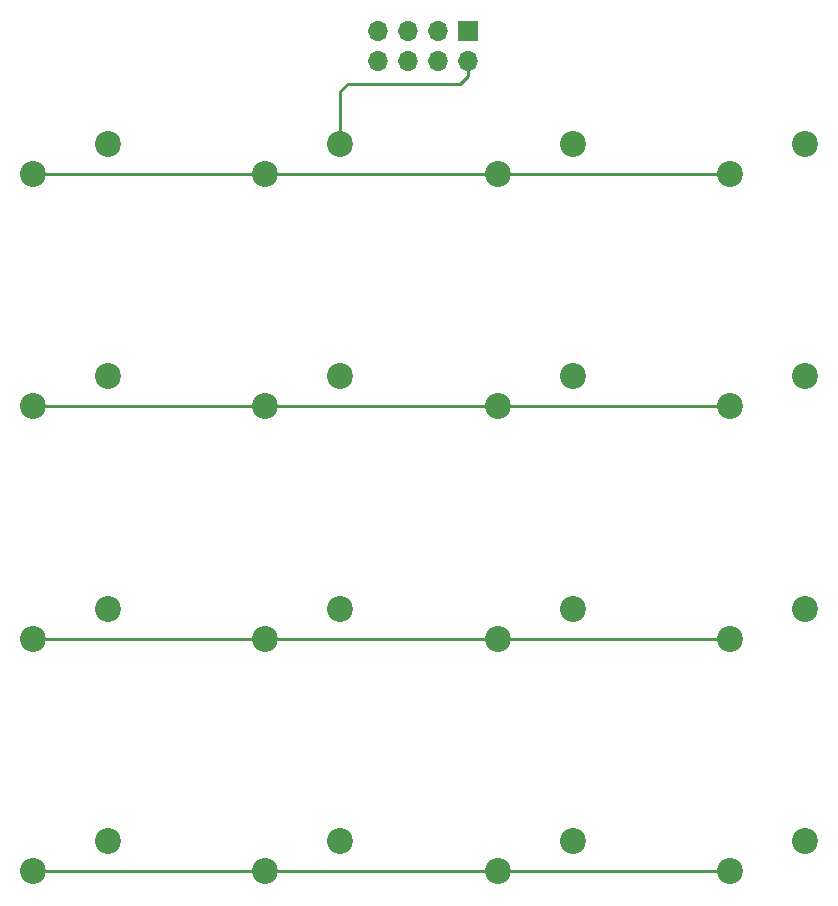
<source format=gtl>
G04 #@! TF.FileFunction,Copper,L1,Top,Signal*
%FSLAX46Y46*%
G04 Gerber Fmt 4.6, Leading zero omitted, Abs format (unit mm)*
G04 Created by KiCad (PCBNEW 4.0.7) date 08/25/19 17:49:11*
%MOMM*%
%LPD*%
G01*
G04 APERTURE LIST*
%ADD10C,0.100000*%
%ADD11C,2.200000*%
%ADD12R,1.700000X1.700000*%
%ADD13O,1.700000X1.700000*%
%ADD14C,0.250000*%
G04 APERTURE END LIST*
D10*
D11*
X93980000Y-126365000D03*
X87630000Y-128905000D03*
X153035000Y-106680000D03*
X146685000Y-109220000D03*
X133350000Y-67310000D03*
X127000000Y-69850000D03*
X113665000Y-126365000D03*
X107315000Y-128905000D03*
X93980000Y-86995000D03*
X87630000Y-89535000D03*
X153035000Y-67310000D03*
X146685000Y-69850000D03*
X133350000Y-126365000D03*
X127000000Y-128905000D03*
X113665000Y-86995000D03*
X107315000Y-89535000D03*
X153035000Y-126365000D03*
X146685000Y-128905000D03*
X133350000Y-86995000D03*
X127000000Y-89535000D03*
X93980000Y-106680000D03*
X87630000Y-109220000D03*
X153035000Y-86995000D03*
X146685000Y-89535000D03*
X113665000Y-106680000D03*
X107315000Y-109220000D03*
X93980000Y-67310000D03*
X87630000Y-69850000D03*
X133350000Y-106680000D03*
X127000000Y-109220000D03*
X113665000Y-67310000D03*
X107315000Y-69850000D03*
D12*
X124460000Y-57785000D03*
D13*
X124460000Y-60325000D03*
X121920000Y-57785000D03*
X121920000Y-60325000D03*
X119380000Y-57785000D03*
X119380000Y-60325000D03*
X116840000Y-57785000D03*
X116840000Y-60325000D03*
D14*
X113665000Y-67310000D02*
X113665000Y-62865000D01*
X124460000Y-61595000D02*
X124460000Y-60325000D01*
X123825000Y-62230000D02*
X124460000Y-61595000D01*
X114300000Y-62230000D02*
X123825000Y-62230000D01*
X113665000Y-62865000D02*
X114300000Y-62230000D01*
X127000000Y-128905000D02*
X146685000Y-128905000D01*
X107315000Y-128905000D02*
X127000000Y-128905000D01*
X87630000Y-128905000D02*
X107315000Y-128905000D01*
X127000000Y-109220000D02*
X146685000Y-109220000D01*
X107315000Y-109220000D02*
X127000000Y-109220000D01*
X87630000Y-109220000D02*
X107315000Y-109220000D01*
X127000000Y-89535000D02*
X146685000Y-89535000D01*
X107315000Y-89535000D02*
X127000000Y-89535000D01*
X87630000Y-89535000D02*
X107315000Y-89535000D01*
X127000000Y-69850000D02*
X146685000Y-69850000D01*
X107315000Y-69850000D02*
X127000000Y-69850000D01*
X87630000Y-69850000D02*
X107315000Y-69850000D01*
M02*

</source>
